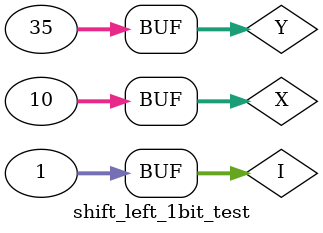
<source format=v>
`timescale 1ns / 1ps


module shift_left_1bit_test;

	// Inputs
	reg [31:0] X;
	reg [31:0] Y;
	reg [31:0] I;

	// Outputs
	wire Z;

	// Instantiate the Unit Under Test (UUT)
	shift_left_1bit uut (
		.X(X), 
		.Y(Y), 
		.I(I), 
		.Z(Z)
	);

	initial begin
		// Initialize Inputs
		X = 0;
		Y = 0;
		I = 0;
		
		// Wait 100 ns for global reset to finish
      X = 32'b1010; Y = 0; I = 0; #100;
      X = 32'b1010; Y = 0; I = 1; #100;
      X = 32'b1010; Y = 1; I = 0; #100;
      X = 32'b1010; Y = 1; I = 2; #100;
      X = 32'b1010; Y = 35; I = 1; #100;

	end
      
endmodule


</source>
